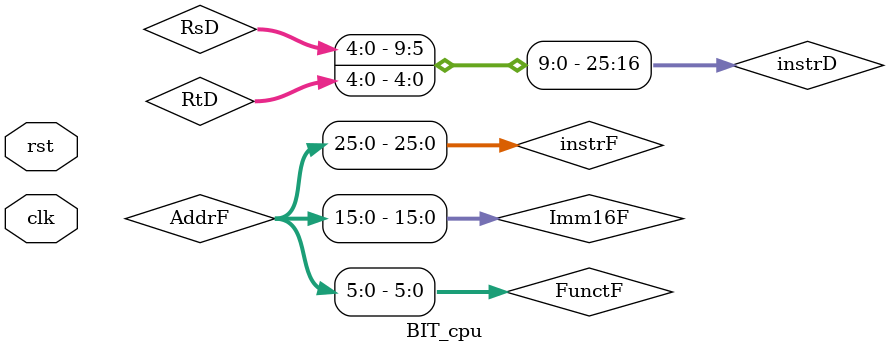
<source format=v>
`timescale 1ns / 1ps
`include "definitions.vh"

module BIT_cpu (
    input wire clk,
    input wire rst
);

  /*
 * Instantiate modules
 */

  /* --- Stage 1: Instruction Fetch --- */

  /* pc, npc and instr_memory */

  wire [4:0] RsD;
  wire [4:0] RtD;
  wire [4:0] RegWriteAddrE;
  wire AluSrcD;
  wire MemToRegE;
  wire JrD;
  wire JrE;
  wire BrE;
  wire [1:0] BrTypeE;
  wire stallIF;
  wire stallID;
  wire flushID;
  wire flushEX;

  hazard_unit hazard_unit (
      .RsD          (RsD),
      .RtD          (RtD),
      .AluSrcD      (AluSrcD),
      .MemToRegE    (MemToRegE),
      .RegWriteAddrE(RegWriteAddrE),
      .JrD          (JrD),
      .JrE          (JrE),
      .BrE          (BrE),
      .BrTypeE      (BrTypeE),
      .stallIF      (stallIF),
      .stallID      (stallID),
      .flushID      (flushID),
      .flushEX      (flushEX)
  );

  wire [31:0] ForwardData1;
  wire [31:0] PCE;
  wire [31:0] JumpNPCF;
  wire [31:0] NPC;

  npc npc (
      .BrTypeE (BrTypeE),
      .BrE     (BrE),
      .JrE     (JrE),
      .JrNPC   (ForwardData1),
      .PCE     (PCE),
      .JumpNPCF(JumpNPCF),
      .NPC     (NPC)
  );

  wire [31:0] PCF;

  pc pc (
      .clk    (clk),
      .rst    (rst),
      .NPC    (NPC),
      .stallIF(stallIF),
      .PC     (PCF)
  );

  wire [31:0] instrF;

  instruction_memory instruction_memory (
      .instr_addr(PCF[11:2]),
      .instr     (instrF)
  );

  wire [5:0] OpF;
  wire [5:0] FunctF;
  wire [25:0] AddrF;
  wire [15:0] Imm16F;
  wire JrF;

  assign OpF = instrF[31:26];
  assign FunctF = instrF[5:0];
  assign AddrF = instrF[25:0];
  assign Imm16F = instrF[15:0];

  direct_jump direct_jump (
      .OpF     (OpF),
      .FunctF  (FunctF),
      .AddrF   (AddrF),
      .Imm16F  (Imm16F),
      .PCF     (PCF),
      .JumpNPCF(JumpNPCF),
      .JrF     (JrF)
  );

  /* if/id register */

  wire [31:0] instrD;
  wire [31:0] PCD;

  reg_if_id reg_if_id (
      .clk    (clk),
      .rst    (rst),
      .PCF    (PCF),
      .instrF (instrF),
      .JrF    (JrF),
      .stallID(stallID),
      .flushID(flushID),

      .PCD   (PCD),
      .instrD(instrD),
      .JrD (JrD)
  );

  /* --- Stage 2: Instruction Decode --- */

  wire [ 5:0] OpD;
  wire [ 5:0] FunctD;
  wire [ 4:0] RdD;
  wire [ 4:0] ShamtD;
  wire [15:0] Imm16D;

  // Assign decoded instr to variables
  assign OpD    = instrD[31:26];
  assign FunctD = instrD[5:0];
  assign RsD    = instrD[25:21];
  assign RtD    = instrD[20:16];
  assign RdD    = instrD[15:11];
  assign ShamtD = instrD[10:6];
  assign Imm16D  = instrD[15:0];

  wire       RegWriteD;
  wire [1:0] ImmTypeD;
  wire [3:0] AluOpD;
  wire       MemWriteD;
  wire       MemToRegD;
  wire [1:0] RegDstD;
  wire [1:0] BrTypeD;
  wire       LoadNPCD;

  control_unit control_unit (
      .OpD      (OpD),
      .FunctD   (FunctD),
      .RegWriteD(RegWriteD),
      .ImmTypeD (ImmTypeD),
      .AluSrcD  (AluSrcD),
      .AluOpD   (AluOpD),
      .MemWriteD(MemWriteD),
      .MemToRegD(MemToRegD),
      .RegDstD  (RegDstD),
      .BrTypeD  (BrTypeD),
      .LoadNPCD (LoadNPCD)
  );

  wire        RegWriteW;
  wire [ 4:0] RegWriteAddrW;
  wire [31:0] RegWriteDataW;
  wire [31:0] RegOut1D;
  wire [31:0] RegOut2D;

  register_file register_file (
      .clk          (clk),
      .rst          (rst),
      .RsD          (RsD),
      .RtD          (RtD),
      .RegWriteW    (RegWriteW),
      .RegWriteAddrW(RegWriteAddrW),
      .RegWriteDataW(RegWriteDataW),
      .RegOut1D     (RegOut1D),
      .RegOut2D     (RegOut2D)
  );

  wire [31:0] ImmD;

  extend extend (
      .Imm16   (Imm16D),
      .ImmTypeD(ImmTypeD),
      .ImmD    (ImmD)
  );

  wire [31:0] RegOut1E;
  wire [31:0] RegOut2E;
  wire [ 4:0] RsE;
  wire [ 4:0] RtE;
  wire [ 4:0] RdE;
  wire [ 4:0] ShamtE;
  wire [31:0] ImmE;
  wire        RegWriteE;
  wire        MemReadE;
  wire        AluSrcE;
  wire [ 3:0] AluOpE;
  wire        MemWriteE;
  wire [ 1:0] RegDstE;
  wire        LoadNPCE;

  reg_id_ex reg_id_ex (
      .clk      (clk),
      .rst      (rst),
      .PCD      (PCD),
      .RegOut1D (RegOut1D),
      .RegOut2D (RegOut2D),
      .RsD      (RsD),
      .RtD      (RtD),
      .RdD      (RdD),
      .ShamtD   (ShamtD),
      .ImmD     (ImmD),
      .RegWriteD(RegWriteD),
      .AluSrcD  (AluSrcD),
      .AluOpD   (AluOpD),
      .MemWriteD(MemWriteD),
      .MemToRegD(MemToRegD),
      .RegDstD  (RegDstD),
      .BrTypeD  (BrTypeD),
      .JrD      (JrD),
      .LoadNPCD (LoadNPCD),
      .flushEX  (flushEX),

      .PCE      (PCE),
      .RegOut1E (RegOut1E),
      .RegOut2E (RegOut2E),
      .RsE      (RsE),
      .RtE      (RtE),
      .RdE      (RdE),
      .ShamtE   (ShamtE),
      .ImmE     (ImmE),
      .RegWriteE(RegWriteE),
      .AluSrcE  (AluSrcE),
      .AluOpE   (AluOpE),
      .MemWriteE(MemWriteE),
      .MemToRegE(MemToRegE),
      .RegDstE  (RegDstE),
      .BrTypeE  (BrTypeE),
      .JrE      (JrE),
      .LoadNPCE (LoadNPCE)
  );

  /* --- Stage 3: Execution --- */

  wire [31:0] ForwardData2;

  reg_dst_mux reg_dst_mux (
      .RegDstE      (RegDstE),
      .RtE          (RtE),
      .RdE          (RdE),
      .RegWriteAddrE(RegWriteAddrE)
  );

  wire [31:0] AluInput2;

  alu_src_mux alu_src_mux (
      .AluSrcE   (AluSrcE),
      .ForwardOut(ForwardData2),
      .ImmE      (ImmE),
      .AluInput2 (AluInput2)
  );

  wire [31:0] AluOutE;

  alu alu (
      .AluInput1(ForwardData1),
      .AluInput2(AluInput2),
      .Shamt    (ShamtE),
      .AluOp    (AluOpE),
      .AluOut   (AluOutE),
      .overflow (overflow)
  );

  branch branch (
      .RegData1(ForwardData1),
      .RegData2(AluInput2),
      .BrTypeE (BrTypeE),
      .BrE     (BrE)
  );


  wire [1:0] ForwardRs;
  wire [1:0] ForwardRt;

  // control signals to be forwarded to MEM stage
  wire       RegWriteM;
  wire       MemToRegM;
  wire [4:0] RegWriteAddrM;

  forwarding_unit forwarding_unit (
      .RegWriteM    (RegWriteM),
      .RegWriteW    (RegWriteW),
      .RegWriteAddrM(RegWriteAddrM),
      .RegWriteAddrW(RegWriteAddrW),
      .MemToRegM    (MemToRegM),
      .RsE          (RsE),
      .RtE          (RtE),
      .ForwardRs    (ForwardRs),
      .ForwardRt    (ForwardRt)
  );

  wire [31:0] ResultM;

  forward_mux forward_mux_rs (
      .Forward   (ForwardRs),
      .ExData    (RegOut1E),
      .MemData   (ResultM),
      .WbData    (RegWriteDataW),
      .ForwardOut(ForwardData1)
  );

  forward_mux forward_mux_rt (
      .Forward   (ForwardRt),
      .ExData    (RegOut2E),
      .MemData   (ResultM),
      .WbData    (RegWriteDataW),
      .ForwardOut(ForwardData2)
  );

  wire [31:0] PCM;
  wire [31:0] AluOutM;
  wire [31:0] MemWriteDataM;
  wire        MemWriteM;
  wire        MemReadM;
  wire        LoadNPCM;

  reg_ex_mem reg_ex_mem (
      .clk          (clk),
      .rst          (rst),
      .PCE          (PCE),
      .AluOutE      (AluOutE),
      .MemWriteDataE(ForwardData2),
      .RegWriteAddrE(RegWriteAddrE),
      .MemWriteE    (MemWriteE),
      .MemToRegE    (MemToRegE),
      .RegWriteE    (RegWriteE),
      .LoadNPCE     (LoadNPCE),

      .PCM          (PCM),
      .AluOutM      (AluOutM),
      .MemWriteDataM(MemWriteDataM),
      .RegWriteAddrM(RegWriteAddrM),
      .MemWriteM    (MemWriteM),
      .MemToRegM    (MemToRegM),
      .RegWriteM    (RegWriteM),
      .LoadNPCM     (LoadNPCM)
  );

  /* --- Stage 4: Memory --- */

  result_mux result_mux (
      .LoadNPCM(LoadNPCM),
      .AluOutM (AluOutM),
      .PCM     (PCM),
      .ResultM (ResultM)
  );

  wire [31:0] ReadMemDataM;

  data_memory data_memory (
      .clk         (clk),
      .rst         (rst),
      .MemWrite    (MemWriteM),
      .MemRead     (MemToRegM),
      .MemAddr     (AluOutM[11:2]),
      .WriteMemData(MemWriteDataM),
      .ReadMemData (ReadMemDataM)
  );

  wire [31:0] ResultW;
  wire [31:0] ReadMemDataW;
  wire        MemToRegW;

  reg_mem_wb reg_mem_wb (
      .clk          (clk),
      .rst          (rst),
      .ResultM      (ResultM),
      .ReadMemDataM (ReadMemDataM),
      .RegWriteAddrM(RegWriteAddrM),
      .MemToRegM    (MemToRegM),
      .RegWriteM    (RegWriteM),

      .ResultW      (ResultW),
      .ReadMemDataW (ReadMemDataW),
      .RegWriteAddrW(RegWriteAddrW),
      .MemToRegW    (MemToRegW),
      .RegWriteW    (RegWriteW)
  );

  /* --- Stage 5: Writeback --- */
  mem_to_reg_mux mem_to_reg_mux (
      .MemToRegW(MemToRegW),
      .ResultW(ResultW),
      .MemDataW(ReadMemDataW),
      .RegWriteDataW(RegWriteDataW)
  );

endmodule

</source>
